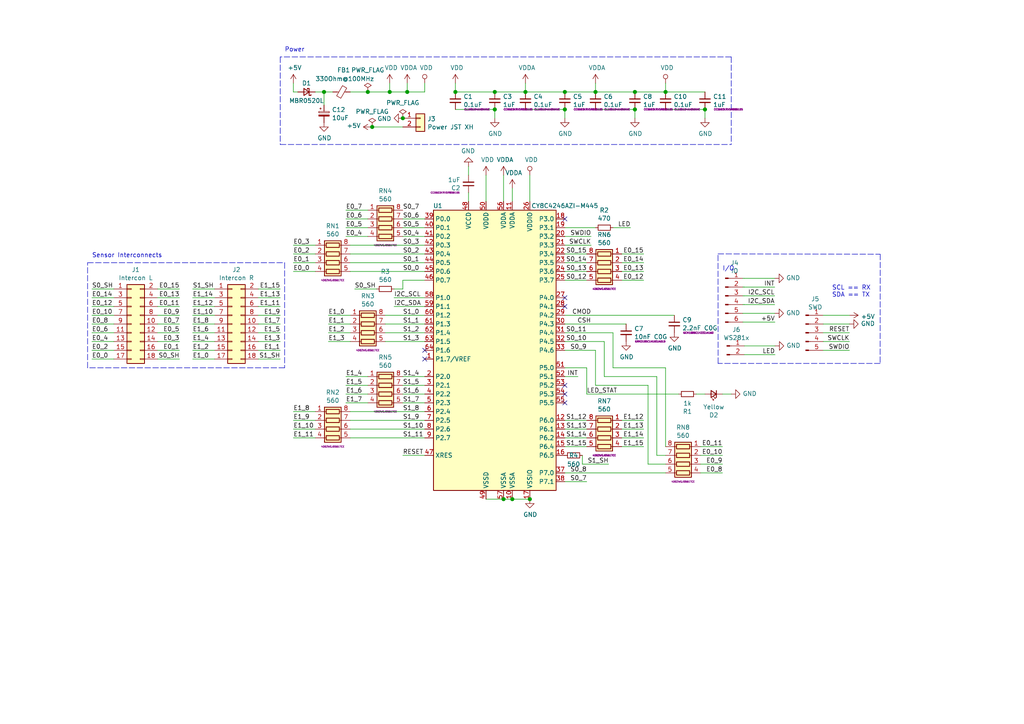
<source format=kicad_sch>
(kicad_sch (version 20210621) (generator eeschema)
  (paper "A4")
  (title_block (title "LKP-Core") (date "2020-09-26") (rev "v1.1") (company "dogtopus"))
  (lib_symbols
    (symbol "Connector:Conn_01x02_Male" (pin_names (offset 1.016) hide)
      (property "Reference" "J" (at 0 2.54 0))
      (property "Value" "Conn_01x02_Male" (at 0 -5.08 0))
      (symbol "Conn_01x02_Male_1_1"
        (pin passive line (at 5.08 0 180) (length 3.81) (name "Pin_1") (number "1"))
        (pin passive line (at 5.08 -2.54 180) (length 3.81) (name "Pin_2") (number "2"))
      )
    )
    (symbol "Connector:Conn_01x05_Male" (pin_names (offset 1.016) hide)
      (property "Reference" "J" (at 0 7.62 0))
      (property "Value" "Conn_01x05_Male" (at 0 -7.62 0))
      (symbol "Conn_01x05_Male_1_1"
        (pin passive line (at 5.08 5.08 180) (length 3.81) (name "Pin_1") (number "1"))
        (pin passive line (at 5.08 2.54 180) (length 3.81) (name "Pin_2") (number "2"))
        (pin passive line (at 5.08 0 180) (length 3.81) (name "Pin_3") (number "3"))
        (pin passive line (at 5.08 -2.54 180) (length 3.81) (name "Pin_4") (number "4"))
        (pin passive line (at 5.08 -5.08 180) (length 3.81) (name "Pin_5") (number "5"))
      )
    )
    (symbol "Connector:Conn_01x06_Male" (pin_names (offset 1.016) hide)
      (property "Reference" "J" (at 0 7.62 0))
      (property "Value" "Conn_01x06_Male" (at 0 -10.16 0))
      (symbol "Conn_01x06_Male_1_1"
        (pin passive line (at 5.08 5.08 180) (length 3.81) (name "Pin_1") (number "1"))
        (pin passive line (at 5.08 2.54 180) (length 3.81) (name "Pin_2") (number "2"))
        (pin passive line (at 5.08 0 180) (length 3.81) (name "Pin_3") (number "3"))
        (pin passive line (at 5.08 -2.54 180) (length 3.81) (name "Pin_4") (number "4"))
        (pin passive line (at 5.08 -5.08 180) (length 3.81) (name "Pin_5") (number "5"))
        (pin passive line (at 5.08 -7.62 180) (length 3.81) (name "Pin_6") (number "6"))
      )
    )
    (symbol "Connector_Generic:Conn_01x02" (pin_names (offset 1.016) hide)
      (property "Reference" "J" (at 0 2.54 0))
      (property "Value" "Conn_01x02" (at 0 -5.08 0))
      (symbol "Conn_01x02_1_1"
        (pin passive line (at -5.08 0 0) (length 3.81) (name "Pin_1") (number "1"))
        (pin passive line (at -5.08 -2.54 0) (length 3.81) (name "Pin_2") (number "2"))
      )
    )
    (symbol "Connector_Generic:Conn_02x09_Odd_Even" (pin_names (offset 1.016) hide)
      (property "Reference" "J" (at 1.27 12.7 0))
      (property "Value" "Conn_02x09_Odd_Even" (at 1.27 -12.7 0))
      (symbol "Conn_02x09_Odd_Even_1_1"
        (pin passive line (at -5.08 10.16 0) (length 3.81) (name "Pin_1") (number "1"))
        (pin passive line (at 7.62 0 180) (length 3.81) (name "Pin_10") (number "10"))
        (pin passive line (at -5.08 -2.54 0) (length 3.81) (name "Pin_11") (number "11"))
        (pin passive line (at 7.62 -2.54 180) (length 3.81) (name "Pin_12") (number "12"))
        (pin passive line (at -5.08 -5.08 0) (length 3.81) (name "Pin_13") (number "13"))
        (pin passive line (at 7.62 -5.08 180) (length 3.81) (name "Pin_14") (number "14"))
        (pin passive line (at -5.08 -7.62 0) (length 3.81) (name "Pin_15") (number "15"))
        (pin passive line (at 7.62 -7.62 180) (length 3.81) (name "Pin_16") (number "16"))
        (pin passive line (at -5.08 -10.16 0) (length 3.81) (name "Pin_17") (number "17"))
        (pin passive line (at 7.62 -10.16 180) (length 3.81) (name "Pin_18") (number "18"))
        (pin passive line (at 7.62 10.16 180) (length 3.81) (name "Pin_2") (number "2"))
        (pin passive line (at -5.08 7.62 0) (length 3.81) (name "Pin_3") (number "3"))
        (pin passive line (at 7.62 7.62 180) (length 3.81) (name "Pin_4") (number "4"))
        (pin passive line (at -5.08 5.08 0) (length 3.81) (name "Pin_5") (number "5"))
        (pin passive line (at 7.62 5.08 180) (length 3.81) (name "Pin_6") (number "6"))
        (pin passive line (at -5.08 2.54 0) (length 3.81) (name "Pin_7") (number "7"))
        (pin passive line (at 7.62 2.54 180) (length 3.81) (name "Pin_8") (number "8"))
        (pin passive line (at -5.08 0 0) (length 3.81) (name "Pin_9") (number "9"))
      )
    )
    (symbol "Device:C_Small" (pin_numbers hide) (pin_names (offset 0.254) hide)
      (property "Reference" "C" (at 0.254 1.778 0))
      (property "Value" "C_Small" (at 0.254 -2.032 0))
      (symbol "C_Small_1_1"
        (pin passive line (at 0 2.54 270) (length 2.032) (name "~") (number "1"))
        (pin passive line (at 0 -2.54 90) (length 2.032) (name "~") (number "2"))
      )
    )
    (symbol "Device:D_Schottky_Small" (pin_numbers hide) (pin_names (offset 0.254) hide)
      (property "Reference" "D" (at -1.27 2.032 0))
      (property "Value" "D_Schottky_Small" (at -7.112 -2.032 0))
      (symbol "D_Schottky_Small_1_1"
        (pin passive line (at -2.54 0 0) (length 1.778) (name "K") (number "1"))
        (pin passive line (at 2.54 0 180) (length 1.778) (name "A") (number "2"))
      )
    )
    (symbol "Device:LED_Small" (pin_numbers hide) (pin_names (offset 0.254) hide)
      (property "Reference" "D" (at -1.27 3.175 0))
      (property "Value" "LED_Small" (at -4.445 -2.54 0))
      (symbol "LED_Small_1_1"
        (pin passive line (at -2.54 0 0) (length 1.778) (name "K") (number "1"))
        (pin passive line (at 2.54 0 180) (length 1.778) (name "A") (number "2"))
      )
    )
    (symbol "Device:R_Pack04" (pin_names (offset 0) hide)
      (property "Reference" "RN" (at -7.62 0 90))
      (property "Value" "R_Pack04" (at 5.08 0 90))
      (symbol "R_Pack04_1_1"
        (pin passive line (at -5.08 -5.08 90) (length 2.54) (name "R1.1") (number "1"))
        (pin passive line (at -2.54 -5.08 90) (length 2.54) (name "R2.1") (number "2"))
        (pin passive line (at 0 -5.08 90) (length 2.54) (name "R3.1") (number "3"))
        (pin passive line (at 2.54 -5.08 90) (length 2.54) (name "R4.1") (number "4"))
        (pin passive line (at 2.54 5.08 270) (length 2.54) (name "R4.2") (number "5"))
        (pin passive line (at 0 5.08 270) (length 2.54) (name "R3.2") (number "6"))
        (pin passive line (at -2.54 5.08 270) (length 2.54) (name "R2.2") (number "7"))
        (pin passive line (at -5.08 5.08 270) (length 2.54) (name "R1.2") (number "8"))
      )
    )
    (symbol "Device:R_Small" (pin_numbers hide) (pin_names (offset 0.254) hide)
      (property "Reference" "R" (at 0.762 0.508 0))
      (property "Value" "R_Small" (at 0.762 -1.016 0))
      (symbol "R_Small_1_1"
        (pin passive line (at 0 2.54 270) (length 0.762) (name "~") (number "1"))
        (pin passive line (at 0 -2.54 90) (length 0.762) (name "~") (number "2"))
      )
    )
    (symbol "LKP-Core-rescue:CP_Small-Device" (pin_numbers hide) (pin_names (offset 0.254) hide)
      (property "Reference" "C" (at 0.254 1.778 0))
      (property "Value" "CP_Small-Device" (at 0.254 -2.032 0))
      (symbol "CP_Small-Device_1_1"
        (pin passive line (at 0 2.54 270) (length 1.8542) (name "~") (number "1"))
        (pin passive line (at 0 -2.54 90) (length 1.8542) (name "~") (number "2"))
      )
    )
    (symbol "LKP-Core-rescue:Ferrite_Bead_Small-Device" (pin_numbers hide) (pin_names (offset 0))
      (property "Reference" "FB" (at 1.905 1.27 0))
      (property "Value" "Ferrite_Bead_Small-Device" (at 1.905 -1.27 0))
      (symbol "Ferrite_Bead_Small-Device_1_1"
        (pin passive line (at 0 2.54 270) (length 1.27) (name "~") (number "1"))
        (pin passive line (at 0 -2.54 90) (length 1.27) (name "~") (number "2"))
      )
    )
    (symbol "power:+5V" (power) (pin_names (offset 0))
      (property "Value" "+5V" (at 0 3.556 0))
      (symbol "+5V_1_1"
        (pin power_in line (at 0 0 90) (length 0) hide (name "+5V") (number "1"))
      )
    )
    (symbol "power:GND" (power) (pin_names (offset 0))
      (property "Value" "GND" (at 0 -3.81 0))
      (symbol "GND_1_1"
        (pin power_in line (at 0 0 270) (length 0) hide (name "GND") (number "1"))
      )
    )
    (symbol "power:PWR_FLAG" (power) (pin_numbers hide) (pin_names (offset 0) hide)
      (property "Value" "PWR_FLAG" (at 0 3.81 0))
      (symbol "PWR_FLAG_0_0"
        (pin power_out line (at 0 0 90) (length 0) (name "pwr") (number "1"))
      )
    )
    (symbol "power:VDD" (power) (pin_names (offset 0))
      (property "Value" "VDD" (at 0 3.81 0))
      (symbol "VDD_1_1"
        (pin power_in line (at 0 0 90) (length 0) hide (name "VDD") (number "1"))
      )
    )
    (symbol "power:VDDA" (power) (pin_names (offset 0))
      (property "Value" "VDDA" (at 0 3.81 0))
      (symbol "VDDA_1_1"
        (pin power_in line (at 0 0 90) (length 0) hide (name "VDDA") (number "1"))
      )
    )
    (symbol "private:CY8C4246AZI-M445"
      (property "Reference" "U" (at -15.24 43.18 0))
      (property "Value" "CY8C4246AZI-M445" (at 20.32 43.18 0))
      (symbol "CY8C4246AZI-M445_1_1"
        (pin bidirectional line (at -20.32 -2.54 0) (length 2.54) (name "P1.7/VREF") (number "1"))
        (pin power_in line (at 5.08 -43.18 90) (length 2.54) (name "VSSA") (number "10"))
        (pin power_in line (at 5.08 43.18 270) (length 2.54) (name "VDDA") (number "11"))
        (pin bidirectional line (at 20.32 -20.32 180) (length 2.54) (name "P6.0") (number "12"))
        (pin bidirectional line (at 20.32 -22.86 180) (length 2.54) (name "P6.1") (number "13"))
        (pin bidirectional line (at 20.32 -25.4 180) (length 2.54) (name "P6.2") (number "14"))
        (pin bidirectional line (at 20.32 -27.94 180) (length 2.54) (name "P6.4") (number "15"))
        (pin bidirectional line (at 20.32 -30.48 180) (length 2.54) (name "P6.5") (number "16"))
        (pin power_in line (at 10.16 -43.18 90) (length 2.54) (name "VSSIO") (number "17"))
        (pin bidirectional line (at 20.32 38.1 180) (length 2.54) (name "P3.0") (number "18"))
        (pin bidirectional line (at 20.32 35.56 180) (length 2.54) (name "P3.1") (number "19"))
        (pin bidirectional line (at -20.32 -7.62 0) (length 2.54) (name "P2.0") (number "2"))
        (pin bidirectional line (at 20.32 33.02 180) (length 2.54) (name "P3.2") (number "20"))
        (pin bidirectional line (at 20.32 30.48 180) (length 2.54) (name "P3.3") (number "21"))
        (pin bidirectional line (at 20.32 27.94 180) (length 2.54) (name "P3.4") (number "22"))
        (pin bidirectional line (at 20.32 25.4 180) (length 2.54) (name "P3.5") (number "23"))
        (pin bidirectional line (at 20.32 22.86 180) (length 2.54) (name "P3.6") (number "24"))
        (pin bidirectional line (at 20.32 20.32 180) (length 2.54) (name "P3.7") (number "25"))
        (pin power_in line (at 10.16 43.18 270) (length 2.54) (name "VDDIO") (number "26"))
        (pin bidirectional line (at 20.32 15.24 180) (length 2.54) (name "P4.0") (number "27"))
        (pin bidirectional line (at 20.32 12.7 180) (length 2.54) (name "P4.1") (number "28"))
        (pin bidirectional line (at 20.32 10.16 180) (length 2.54) (name "P4.2") (number "29"))
        (pin bidirectional line (at -20.32 -10.16 0) (length 2.54) (name "P2.1") (number "3"))
        (pin bidirectional line (at 20.32 7.62 180) (length 2.54) (name "P4.3") (number "30"))
        (pin bidirectional line (at 20.32 5.08 180) (length 2.54) (name "P4.4") (number "31"))
        (pin bidirectional line (at 20.32 2.54 180) (length 2.54) (name "P4.5") (number "32"))
        (pin bidirectional line (at 20.32 0 180) (length 2.54) (name "P4.6") (number "33"))
        (pin bidirectional line (at 20.32 -35.56 180) (length 2.54) (name "P7.0") (number "37"))
        (pin bidirectional line (at 20.32 -38.1 180) (length 2.54) (name "P7.1") (number "38"))
        (pin bidirectional line (at -20.32 38.1 0) (length 2.54) (name "P0.0") (number "39"))
        (pin bidirectional line (at -20.32 -12.7 0) (length 2.54) (name "P2.2") (number "4"))
        (pin bidirectional line (at -20.32 35.56 0) (length 2.54) (name "P0.1") (number "40"))
        (pin bidirectional line (at -20.32 33.02 0) (length 2.54) (name "P0.2") (number "41"))
        (pin bidirectional line (at -20.32 30.48 0) (length 2.54) (name "P0.3") (number "42"))
        (pin bidirectional line (at -20.32 27.94 0) (length 2.54) (name "P0.4") (number "43"))
        (pin bidirectional line (at -20.32 25.4 0) (length 2.54) (name "P0.5") (number "44"))
        (pin bidirectional line (at -20.32 22.86 0) (length 2.54) (name "P0.6") (number "45"))
        (pin bidirectional line (at -20.32 20.32 0) (length 2.54) (name "P0.7") (number "46"))
        (pin input line (at -20.32 -30.48 0) (length 2.54) (name "XRES") (number "47"))
        (pin power_out line (at -7.62 43.18 270) (length 2.54) (name "VCCD") (number "48"))
        (pin power_in line (at -2.54 -43.18 90) (length 2.54) (name "VSSD") (number "49"))
        (pin bidirectional line (at -20.32 -15.24 0) (length 2.54) (name "P2.3") (number "5"))
        (pin power_in line (at -2.54 43.18 270) (length 2.54) (name "VDDD") (number "50"))
        (pin bidirectional line (at 20.32 -5.08 180) (length 2.54) (name "P5.0") (number "51"))
        (pin bidirectional line (at 20.32 -7.62 180) (length 2.54) (name "P5.1") (number "52"))
        (pin bidirectional line (at 20.32 -10.16 180) (length 2.54) (name "P5.2") (number "53"))
        (pin bidirectional line (at 20.32 -12.7 180) (length 2.54) (name "P5.3") (number "54"))
        (pin bidirectional line (at 20.32 -15.24 180) (length 2.54) (name "P5.5") (number "55"))
        (pin power_in line (at 2.54 43.18 270) (length 2.54) (name "VDDA") (number "56"))
        (pin power_in line (at 2.54 -43.18 90) (length 2.54) (name "VSSA") (number "57"))
        (pin bidirectional line (at -20.32 15.24 0) (length 2.54) (name "P1.0") (number "58"))
        (pin bidirectional line (at -20.32 12.7 0) (length 2.54) (name "P1.1") (number "59"))
        (pin bidirectional line (at -20.32 -17.78 0) (length 2.54) (name "P2.4") (number "6"))
        (pin bidirectional line (at -20.32 10.16 0) (length 2.54) (name "P1.2") (number "60"))
        (pin bidirectional line (at -20.32 7.62 0) (length 2.54) (name "P1.3") (number "61"))
        (pin bidirectional line (at -20.32 5.08 0) (length 2.54) (name "P1.4") (number "62"))
        (pin bidirectional line (at -20.32 2.54 0) (length 2.54) (name "P1.5") (number "63"))
        (pin bidirectional line (at -20.32 0 0) (length 2.54) (name "P1.6") (number "64"))
        (pin bidirectional line (at -20.32 -20.32 0) (length 2.54) (name "P2.5") (number "7"))
        (pin bidirectional line (at -20.32 -22.86 0) (length 2.54) (name "P2.6") (number "8"))
        (pin bidirectional line (at -20.32 -25.4 0) (length 2.54) (name "P2.7") (number "9"))
      )
    )
    (symbol "private:VDDIO" (power) (pin_names (offset 0))
      (property "Value" "VDDIO" (at 0 3.81 0))
      (symbol "VDDIO_1_1"
        (pin power_in line (at 0 0 90) (length 0) hide (name "VDD") (number "1"))
      )
    )
  )
  (junction (at 93.98 26.67) (diameter 1.016))
  (junction (at 106.68 26.67) (diameter 1.016))
  (junction (at 107.95 36.83) (diameter 1.016))
  (junction (at 113.03 26.67) (diameter 1.016))
  (junction (at 116.84 34.29) (diameter 1.016))
  (junction (at 118.11 26.67) (diameter 1.016))
  (junction (at 132.08 26.67) (diameter 1.016))
  (junction (at 143.51 26.67) (diameter 1.016))
  (junction (at 143.51 31.75) (diameter 1.016))
  (junction (at 146.05 144.78) (diameter 1.016))
  (junction (at 148.59 144.78) (diameter 1.016))
  (junction (at 152.4 26.67) (diameter 1.016))
  (junction (at 153.67 144.78) (diameter 1.016))
  (junction (at 163.83 26.67) (diameter 1.016))
  (junction (at 163.83 31.75) (diameter 1.016))
  (junction (at 172.72 26.67) (diameter 1.016))
  (junction (at 184.15 26.67) (diameter 1.016))
  (junction (at 184.15 31.75) (diameter 1.016))
  (junction (at 193.04 26.67) (diameter 1.016))
  (junction (at 204.47 31.75) (diameter 1.016))
  (no_connect (at 123.19 101.6))
  (no_connect (at 123.19 104.14))
  (no_connect (at 163.83 63.5))
  (no_connect (at 163.83 86.36))
  (no_connect (at 163.83 88.9))
  (no_connect (at 163.83 111.76))
  (no_connect (at 163.83 114.3))
  (no_connect (at 163.83 116.84))
  (wire (pts (xy 26.67 86.36) (xy 33.02 86.36)))
  (wire (pts (xy 26.67 88.9) (xy 33.02 88.9)))
  (wire (pts (xy 26.67 96.52) (xy 33.02 96.52)))
  (wire (pts (xy 26.67 101.6) (xy 33.02 101.6)))
  (wire (pts (xy 33.02 83.82) (xy 26.67 83.82)))
  (wire (pts (xy 33.02 91.44) (xy 26.67 91.44)))
  (wire (pts (xy 33.02 93.98) (xy 26.67 93.98)))
  (wire (pts (xy 33.02 99.06) (xy 26.67 99.06)))
  (wire (pts (xy 33.02 104.14) (xy 26.67 104.14)))
  (wire (pts (xy 45.72 88.9) (xy 52.07 88.9)))
  (wire (pts (xy 45.72 93.98) (xy 52.07 93.98)))
  (wire (pts (xy 45.72 99.06) (xy 52.07 99.06)))
  (wire (pts (xy 52.07 83.82) (xy 45.72 83.82)))
  (wire (pts (xy 52.07 86.36) (xy 45.72 86.36)))
  (wire (pts (xy 52.07 91.44) (xy 45.72 91.44)))
  (wire (pts (xy 52.07 96.52) (xy 45.72 96.52)))
  (wire (pts (xy 52.07 101.6) (xy 45.72 101.6)))
  (wire (pts (xy 52.07 104.14) (xy 45.72 104.14)))
  (wire (pts (xy 55.88 86.36) (xy 62.23 86.36)))
  (wire (pts (xy 55.88 88.9) (xy 62.23 88.9)))
  (wire (pts (xy 55.88 96.52) (xy 62.23 96.52)))
  (wire (pts (xy 55.88 101.6) (xy 62.23 101.6)))
  (wire (pts (xy 62.23 83.82) (xy 55.88 83.82)))
  (wire (pts (xy 62.23 91.44) (xy 55.88 91.44)))
  (wire (pts (xy 62.23 93.98) (xy 55.88 93.98)))
  (wire (pts (xy 62.23 99.06) (xy 55.88 99.06)))
  (wire (pts (xy 62.23 104.14) (xy 55.88 104.14)))
  (wire (pts (xy 74.93 88.9) (xy 81.28 88.9)))
  (wire (pts (xy 74.93 93.98) (xy 81.28 93.98)))
  (wire (pts (xy 74.93 99.06) (xy 81.28 99.06)))
  (wire (pts (xy 81.28 83.82) (xy 74.93 83.82)))
  (wire (pts (xy 81.28 86.36) (xy 74.93 86.36)))
  (wire (pts (xy 81.28 91.44) (xy 74.93 91.44)))
  (wire (pts (xy 81.28 96.52) (xy 74.93 96.52)))
  (wire (pts (xy 81.28 101.6) (xy 74.93 101.6)))
  (wire (pts (xy 81.28 104.14) (xy 74.93 104.14)))
  (wire (pts (xy 85.09 24.13) (xy 85.09 26.67)))
  (wire (pts (xy 85.09 26.67) (xy 86.36 26.67)))
  (wire (pts (xy 85.09 71.12) (xy 91.44 71.12)))
  (wire (pts (xy 85.09 76.2) (xy 91.44 76.2)))
  (wire (pts (xy 85.09 119.38) (xy 91.44 119.38)))
  (wire (pts (xy 85.09 124.46) (xy 91.44 124.46)))
  (wire (pts (xy 91.44 26.67) (xy 93.98 26.67)))
  (wire (pts (xy 91.44 73.66) (xy 85.09 73.66)))
  (wire (pts (xy 91.44 78.74) (xy 85.09 78.74)))
  (wire (pts (xy 91.44 121.92) (xy 85.09 121.92)))
  (wire (pts (xy 91.44 127) (xy 85.09 127)))
  (wire (pts (xy 93.98 26.67) (xy 96.52 26.67)))
  (wire (pts (xy 93.98 30.48) (xy 93.98 26.67)))
  (wire (pts (xy 95.25 91.44) (xy 101.6 91.44)))
  (wire (pts (xy 95.25 96.52) (xy 101.6 96.52)))
  (wire (pts (xy 100.33 63.5) (xy 106.68 63.5)))
  (wire (pts (xy 100.33 68.58) (xy 106.68 68.58)))
  (wire (pts (xy 100.33 109.22) (xy 106.68 109.22)))
  (wire (pts (xy 100.33 114.3) (xy 106.68 114.3)))
  (wire (pts (xy 101.6 26.67) (xy 106.68 26.67)))
  (wire (pts (xy 101.6 71.12) (xy 123.19 71.12)))
  (wire (pts (xy 101.6 73.66) (xy 123.19 73.66)))
  (wire (pts (xy 101.6 76.2) (xy 123.19 76.2)))
  (wire (pts (xy 101.6 78.74) (xy 123.19 78.74)))
  (wire (pts (xy 101.6 93.98) (xy 95.25 93.98)))
  (wire (pts (xy 101.6 99.06) (xy 95.25 99.06)))
  (wire (pts (xy 101.6 119.38) (xy 123.19 119.38)))
  (wire (pts (xy 101.6 121.92) (xy 123.19 121.92)))
  (wire (pts (xy 101.6 124.46) (xy 123.19 124.46)))
  (wire (pts (xy 101.6 127) (xy 123.19 127)))
  (wire (pts (xy 106.68 26.67) (xy 113.03 26.67)))
  (wire (pts (xy 106.68 60.96) (xy 100.33 60.96)))
  (wire (pts (xy 106.68 66.04) (xy 100.33 66.04)))
  (wire (pts (xy 106.68 111.76) (xy 100.33 111.76)))
  (wire (pts (xy 106.68 116.84) (xy 100.33 116.84)))
  (wire (pts (xy 109.22 83.82) (xy 102.87 83.82)))
  (wire (pts (xy 111.76 91.44) (xy 123.19 91.44)))
  (wire (pts (xy 111.76 93.98) (xy 123.19 93.98)))
  (wire (pts (xy 111.76 96.52) (xy 123.19 96.52)))
  (wire (pts (xy 111.76 99.06) (xy 123.19 99.06)))
  (wire (pts (xy 113.03 24.13) (xy 113.03 26.67)))
  (wire (pts (xy 113.03 26.67) (xy 118.11 26.67)))
  (wire (pts (xy 114.3 86.36) (xy 123.19 86.36)))
  (wire (pts (xy 116.84 36.83) (xy 107.95 36.83)))
  (wire (pts (xy 116.84 81.28) (xy 116.84 83.82)))
  (wire (pts (xy 116.84 83.82) (xy 114.3 83.82)))
  (wire (pts (xy 116.84 109.22) (xy 123.19 109.22)))
  (wire (pts (xy 116.84 114.3) (xy 123.19 114.3)))
  (wire (pts (xy 118.11 24.13) (xy 118.11 26.67)))
  (wire (pts (xy 118.11 26.67) (xy 123.19 26.67)))
  (wire (pts (xy 123.19 26.67) (xy 123.19 24.13)))
  (wire (pts (xy 123.19 63.5) (xy 116.84 63.5)))
  (wire (pts (xy 123.19 66.04) (xy 116.84 66.04)))
  (wire (pts (xy 123.19 68.58) (xy 116.84 68.58)))
  (wire (pts (xy 123.19 81.28) (xy 116.84 81.28)))
  (wire (pts (xy 123.19 88.9) (xy 114.3 88.9)))
  (wire (pts (xy 123.19 111.76) (xy 116.84 111.76)))
  (wire (pts (xy 123.19 116.84) (xy 116.84 116.84)))
  (wire (pts (xy 123.19 132.08) (xy 116.84 132.08)))
  (wire (pts (xy 132.08 24.13) (xy 132.08 26.67)))
  (wire (pts (xy 132.08 26.67) (xy 143.51 26.67)))
  (wire (pts (xy 132.08 31.75) (xy 143.51 31.75)))
  (wire (pts (xy 135.89 48.26) (xy 135.89 50.8)))
  (wire (pts (xy 135.89 55.88) (xy 135.89 58.42)))
  (wire (pts (xy 140.97 50.8) (xy 140.97 58.42)))
  (wire (pts (xy 140.97 144.78) (xy 146.05 144.78)))
  (wire (pts (xy 143.51 26.67) (xy 152.4 26.67)))
  (wire (pts (xy 143.51 31.75) (xy 143.51 34.29)))
  (wire (pts (xy 146.05 50.8) (xy 146.05 58.42)))
  (wire (pts (xy 146.05 144.78) (xy 148.59 144.78)))
  (wire (pts (xy 148.59 54.61) (xy 148.59 58.42)))
  (wire (pts (xy 148.59 144.78) (xy 153.67 144.78)))
  (wire (pts (xy 152.4 24.13) (xy 152.4 26.67)))
  (wire (pts (xy 152.4 26.67) (xy 163.83 26.67)))
  (wire (pts (xy 152.4 31.75) (xy 163.83 31.75)))
  (wire (pts (xy 153.67 50.8) (xy 153.67 58.42)))
  (wire (pts (xy 163.83 26.67) (xy 172.72 26.67)))
  (wire (pts (xy 163.83 31.75) (xy 163.83 34.29)))
  (wire (pts (xy 163.83 66.04) (xy 172.72 66.04)))
  (wire (pts (xy 163.83 68.58) (xy 171.45 68.58)))
  (wire (pts (xy 163.83 73.66) (xy 170.18 73.66)))
  (wire (pts (xy 163.83 78.74) (xy 170.18 78.74)))
  (wire (pts (xy 163.83 91.44) (xy 195.58 91.44)))
  (wire (pts (xy 163.83 93.98) (xy 181.61 93.98)))
  (wire (pts (xy 163.83 96.52) (xy 177.8 96.52)))
  (wire (pts (xy 163.83 99.06) (xy 175.26 99.06)))
  (wire (pts (xy 163.83 101.6) (xy 172.72 101.6)))
  (wire (pts (xy 163.83 106.68) (xy 170.18 106.68)))
  (wire (pts (xy 163.83 109.22) (xy 167.64 109.22)))
  (wire (pts (xy 163.83 121.92) (xy 170.18 121.92)))
  (wire (pts (xy 163.83 127) (xy 170.18 127)))
  (wire (pts (xy 163.83 137.16) (xy 193.04 137.16)))
  (wire (pts (xy 168.91 132.08) (xy 168.91 134.62)))
  (wire (pts (xy 168.91 134.62) (xy 176.53 134.62)))
  (wire (pts (xy 170.18 76.2) (xy 163.83 76.2)))
  (wire (pts (xy 170.18 81.28) (xy 163.83 81.28)))
  (wire (pts (xy 170.18 106.68) (xy 170.18 114.3)))
  (wire (pts (xy 170.18 114.3) (xy 196.85 114.3)))
  (wire (pts (xy 170.18 124.46) (xy 163.83 124.46)))
  (wire (pts (xy 170.18 129.54) (xy 163.83 129.54)))
  (wire (pts (xy 170.18 139.7) (xy 163.83 139.7)))
  (wire (pts (xy 171.45 71.12) (xy 163.83 71.12)))
  (wire (pts (xy 172.72 24.13) (xy 172.72 26.67)))
  (wire (pts (xy 172.72 26.67) (xy 184.15 26.67)))
  (wire (pts (xy 172.72 31.75) (xy 184.15 31.75)))
  (wire (pts (xy 172.72 111.76) (xy 172.72 101.6)))
  (wire (pts (xy 175.26 99.06) (xy 175.26 109.22)))
  (wire (pts (xy 175.26 109.22) (xy 190.5 109.22)))
  (wire (pts (xy 177.8 96.52) (xy 177.8 106.68)))
  (wire (pts (xy 177.8 106.68) (xy 193.04 106.68)))
  (wire (pts (xy 180.34 73.66) (xy 186.69 73.66)))
  (wire (pts (xy 180.34 78.74) (xy 186.69 78.74)))
  (wire (pts (xy 180.34 121.92) (xy 186.69 121.92)))
  (wire (pts (xy 180.34 127) (xy 186.69 127)))
  (wire (pts (xy 182.88 66.04) (xy 177.8 66.04)))
  (wire (pts (xy 184.15 26.67) (xy 193.04 26.67)))
  (wire (pts (xy 184.15 31.75) (xy 184.15 34.29)))
  (wire (pts (xy 186.69 76.2) (xy 180.34 76.2)))
  (wire (pts (xy 186.69 81.28) (xy 180.34 81.28)))
  (wire (pts (xy 186.69 124.46) (xy 180.34 124.46)))
  (wire (pts (xy 186.69 129.54) (xy 180.34 129.54)))
  (wire (pts (xy 187.96 111.76) (xy 172.72 111.76)))
  (wire (pts (xy 187.96 134.62) (xy 187.96 111.76)))
  (wire (pts (xy 190.5 109.22) (xy 190.5 132.08)))
  (wire (pts (xy 190.5 132.08) (xy 193.04 132.08)))
  (wire (pts (xy 193.04 24.13) (xy 193.04 26.67)))
  (wire (pts (xy 193.04 26.67) (xy 204.47 26.67)))
  (wire (pts (xy 193.04 31.75) (xy 204.47 31.75)))
  (wire (pts (xy 193.04 106.68) (xy 193.04 129.54)))
  (wire (pts (xy 193.04 134.62) (xy 187.96 134.62)))
  (wire (pts (xy 201.93 114.3) (xy 204.47 114.3)))
  (wire (pts (xy 203.2 129.54) (xy 209.55 129.54)))
  (wire (pts (xy 203.2 134.62) (xy 209.55 134.62)))
  (wire (pts (xy 204.47 31.75) (xy 204.47 34.29)))
  (wire (pts (xy 209.55 114.3) (xy 212.09 114.3)))
  (wire (pts (xy 209.55 132.08) (xy 203.2 132.08)))
  (wire (pts (xy 209.55 137.16) (xy 203.2 137.16)))
  (wire (pts (xy 215.4656 80.7226) (xy 215.8106 80.7226)))
  (wire (pts (xy 215.4656 83.2626) (xy 215.8106 83.2626)))
  (wire (pts (xy 215.4656 85.8026) (xy 215.8106 85.8026)))
  (wire (pts (xy 215.4656 88.3426) (xy 215.8106 88.3426)))
  (wire (pts (xy 215.4656 90.8776) (xy 215.4656 90.8826)))
  (wire (pts (xy 215.4656 90.8776) (xy 224.7106 90.8776)))
  (wire (pts (xy 215.4656 93.4226) (xy 224.7656 93.4226)))
  (wire (pts (xy 215.8106 80.7226) (xy 215.8106 80.7276)))
  (wire (pts (xy 215.8106 83.2626) (xy 215.8106 83.2676)))
  (wire (pts (xy 215.8106 83.2676) (xy 224.7006 83.2676)))
  (wire (pts (xy 215.8106 85.8026) (xy 215.8106 85.8076)))
  (wire (pts (xy 215.8106 88.3426) (xy 215.8106 88.3476)))
  (wire (pts (xy 215.9 102.87) (xy 224.79 102.87)))
  (wire (pts (xy 224.7006 80.7276) (xy 215.8106 80.7276)))
  (wire (pts (xy 224.7006 85.8076) (xy 215.8106 85.8076)))
  (wire (pts (xy 224.7006 88.3476) (xy 215.8106 88.3476)))
  (wire (pts (xy 224.79 100.33) (xy 215.9 100.33)))
  (wire (pts (xy 238.76 91.44) (xy 246.38 91.44)))
  (wire (pts (xy 238.76 93.98) (xy 246.38 93.98)))
  (wire (pts (xy 238.76 99.06) (xy 246.38 99.06)))
  (wire (pts (xy 246.38 96.52) (xy 238.76 96.52)))
  (wire (pts (xy 246.38 101.6) (xy 238.76 101.6)))
  (polyline (pts (xy 25.4 76.2) (xy 82.55 76.2)) (stroke (width 0) (type dash)))
  (polyline (pts (xy 25.4 106.68) (xy 25.4 76.2)) (stroke (width 0) (type dash)))
  (polyline (pts (xy 81.28 16.51) (xy 81.28 41.91)) (stroke (width 0) (type dash)))
  (polyline (pts (xy 81.28 41.91) (xy 212.09 41.91)) (stroke (width 0) (type dash)))
  (polyline (pts (xy 82.55 76.2) (xy 82.55 106.68)) (stroke (width 0) (type dash)))
  (polyline (pts (xy 82.55 106.68) (xy 25.4 106.68)) (stroke (width 0) (type dash)))
  (polyline (pts (xy 208.2524 73.6402) (xy 255.3005 73.7295)) (stroke (width 0) (type dash)))
  (polyline (pts (xy 208.28 105.41) (xy 208.2524 73.6402)) (stroke (width 0) (type dash)))
  (polyline (pts (xy 212.09 16.51) (xy 81.28 16.51)) (stroke (width 0) (type dash)))
  (polyline (pts (xy 212.09 16.51) (xy 212.09 41.91)) (stroke (width 0) (type dash)))
  (polyline (pts (xy 255.27 105.41) (xy 208.28 105.41)) (stroke (width 0) (type dash)))
  (polyline (pts (xy 255.3005 73.7295) (xy 255.27 105.41)) (stroke (width 0) (type dash)))
  (text "Sensor Interconnects" (at 26.67 74.93 0) (effects (font (size 1.27 1.27)) (justify left bottom)))
  (text "Power" (at 82.55 15.24 0) (effects (font (size 1.27 1.27)) (justify left bottom)))
  (text "I/O" (at 209.55 78.74 0) (effects (font (size 1.27 1.27)) (justify left bottom)))
  (text "SCL == RX\nSDA == TX" (at 241.3 86.36 0) (effects (font (size 1.27 1.27)) (justify left bottom)))
  (label "S0_SH" (at 26.67 83.82 0))
  (label "E0_14" (at 26.67 86.36 0))
  (label "E0_12" (at 26.67 88.9 0))
  (label "E0_10" (at 26.67 91.44 0))
  (label "E0_8" (at 26.67 93.98 0))
  (label "E0_6" (at 26.67 96.52 0))
  (label "E0_4" (at 26.67 99.06 0))
  (label "E0_2" (at 26.67 101.6 0))
  (label "E0_0" (at 26.67 104.14 0))
  (label "E0_15" (at 52.07 83.82 180))
  (label "E0_13" (at 52.07 86.36 180))
  (label "E0_11" (at 52.07 88.9 180))
  (label "E0_9" (at 52.07 91.44 180))
  (label "E0_7" (at 52.07 93.98 180))
  (label "E0_5" (at 52.07 96.52 180))
  (label "E0_3" (at 52.07 99.06 180))
  (label "E0_1" (at 52.07 101.6 180))
  (label "S0_SH" (at 52.07 104.14 180))
  (label "S1_SH" (at 55.88 83.82 0))
  (label "E1_14" (at 55.88 86.36 0))
  (label "E1_12" (at 55.88 88.9 0))
  (label "E1_10" (at 55.88 91.44 0))
  (label "E1_8" (at 55.88 93.98 0))
  (label "E1_6" (at 55.88 96.52 0))
  (label "E1_4" (at 55.88 99.06 0))
  (label "E1_2" (at 55.88 101.6 0))
  (label "E1_0" (at 55.88 104.14 0))
  (label "E1_15" (at 81.28 83.82 180))
  (label "E1_13" (at 81.28 86.36 180))
  (label "E1_11" (at 81.28 88.9 180))
  (label "E1_9" (at 81.28 91.44 180))
  (label "E1_7" (at 81.28 93.98 180))
  (label "E1_5" (at 81.28 96.52 180))
  (label "E1_3" (at 81.28 99.06 180))
  (label "E1_1" (at 81.28 101.6 180))
  (label "S1_SH" (at 81.28 104.14 180))
  (label "E0_3" (at 85.09 71.12 0))
  (label "E0_2" (at 85.09 73.66 0))
  (label "E0_1" (at 85.09 76.2 0))
  (label "E0_0" (at 85.09 78.74 0))
  (label "E1_8" (at 85.09 119.38 0))
  (label "E1_9" (at 85.09 121.92 0))
  (label "E1_10" (at 85.09 124.46 0))
  (label "E1_11" (at 85.09 127 0))
  (label "E1_0" (at 95.25 91.44 0))
  (label "E1_1" (at 95.25 93.98 0))
  (label "E1_2" (at 95.25 96.52 0))
  (label "E1_3" (at 95.25 99.06 0))
  (label "E0_7" (at 100.33 60.96 0))
  (label "E0_6" (at 100.33 63.5 0))
  (label "E0_5" (at 100.33 66.04 0))
  (label "E0_4" (at 100.33 68.58 0))
  (label "E1_4" (at 100.33 109.22 0))
  (label "E1_5" (at 100.33 111.76 0))
  (label "E1_6" (at 100.33 114.3 0))
  (label "E1_7" (at 100.33 116.84 0))
  (label "S0_SH" (at 102.87 83.82 0))
  (label "I2C_SCL" (at 114.3 86.36 0))
  (label "I2C_SDA" (at 114.3 88.9 0))
  (label "S0_7" (at 116.84 60.96 0))
  (label "S0_6" (at 116.84 63.5 0))
  (label "S0_5" (at 116.84 66.04 0))
  (label "S0_4" (at 116.84 68.58 0))
  (label "S0_3" (at 116.84 71.12 0))
  (label "S0_2" (at 116.84 73.66 0))
  (label "S0_1" (at 116.84 76.2 0))
  (label "S0_0" (at 116.84 78.74 0))
  (label "S1_0" (at 116.84 91.44 0))
  (label "S1_1" (at 116.84 93.98 0))
  (label "S1_2" (at 116.84 96.52 0))
  (label "S1_3" (at 116.84 99.06 0))
  (label "S1_4" (at 116.84 109.22 0))
  (label "S1_5" (at 116.84 111.76 0))
  (label "S1_6" (at 116.84 114.3 0))
  (label "S1_7" (at 116.84 116.84 0))
  (label "S1_8" (at 116.84 119.38 0))
  (label "S1_9" (at 116.84 121.92 0))
  (label "S1_10" (at 116.84 124.46 0))
  (label "S1_11" (at 116.84 127 0))
  (label "RESET" (at 116.84 132.08 0))
  (label "INT" (at 167.64 109.22 180))
  (label "S0_15" (at 170.18 73.66 180))
  (label "S0_14" (at 170.18 76.2 180))
  (label "S0_13" (at 170.18 78.74 180))
  (label "S0_12" (at 170.18 81.28 180))
  (label "S0_11" (at 170.18 96.52 180))
  (label "S0_10" (at 170.18 99.06 180))
  (label "S0_9" (at 170.18 101.6 180))
  (label "LED_STAT" (at 170.18 114.3 0))
  (label "S1_12" (at 170.18 121.92 180))
  (label "S1_13" (at 170.18 124.46 180))
  (label "S1_14" (at 170.18 127 180))
  (label "S1_15" (at 170.18 129.54 180))
  (label "S0_8" (at 170.18 137.16 180))
  (label "S0_7" (at 170.18 139.7 180))
  (label "SWDIO" (at 171.45 68.58 180))
  (label "SWCLK" (at 171.45 71.12 180))
  (label "CMOD" (at 171.45 91.44 180))
  (label "CSH" (at 171.45 93.98 180))
  (label "S1_SH" (at 176.53 134.62 180))
  (label "LED" (at 182.88 66.04 180))
  (label "E0_15" (at 186.69 73.66 180))
  (label "E0_14" (at 186.69 76.2 180))
  (label "E0_13" (at 186.69 78.74 180))
  (label "E0_12" (at 186.69 81.28 180))
  (label "E1_12" (at 186.69 121.92 180))
  (label "E1_13" (at 186.69 124.46 180))
  (label "E1_14" (at 186.69 127 180))
  (label "E1_15" (at 186.69 129.54 180))
  (label "E0_11" (at 209.55 129.54 180))
  (label "E0_10" (at 209.55 132.08 180))
  (label "E0_9" (at 209.55 134.62 180))
  (label "E0_8" (at 209.55 137.16 180))
  (label "INT" (at 224.7006 83.2676 180))
  (label "I2C_SCL" (at 224.7006 85.8076 180))
  (label "I2C_SDA" (at 224.7006 88.3476 180))
  (label "+5V" (at 224.7656 93.4226 180))
  (label "LED" (at 224.79 102.87 180))
  (label "RESET" (at 246.38 96.52 180))
  (label "SWCLK" (at 246.38 99.06 180))
  (label "SWDIO" (at 246.38 101.6 180))
  (symbol (lib_id "private:VDDIO") (at 123.19 24.13 0) (unit 1)
    (property "Reference" "#PWR0103" (effects hide))
    (property "Value" "VDDIO" (at 123.6218 19.6596 0))
  )
  (symbol (lib_id "private:VDDIO") (at 153.67 50.8 0) (unit 1)
    (property "Reference" "#PWR012" (effects hide))
    (property "Value" "VDDIO" (at 154.1018 46.3296 0))
  )
  (symbol (lib_id "private:VDDIO") (at 193.04 24.13 0) (unit 1)
    (property "Reference" "#PWR019" (effects hide))
    (property "Value" "VDDIO" (at 193.4718 19.6596 0))
  )
  (symbol (lib_id "power:+5V") (at 85.09 24.13 0) (unit 1)
    (property "Reference" "#PWR03" (effects hide))
    (property "Value" "+5V" (at 85.471 19.6596 0))
  )
  (symbol (lib_id "power:+5V") (at 107.95 36.83 90) (unit 1)
    (property "Reference" "#PWR02" (effects hide))
    (property "Value" "+5V" (at 104.648 36.449 90) (effects (justify left)))
  )
  (symbol (lib_id "power:VDD") (at 113.03 24.13 0) (unit 1)
    (property "Reference" "#PWR0101" (effects hide))
    (property "Value" "VDD" (at 113.4618 19.6596 0))
  )
  (symbol (lib_id "power:VDDA") (at 118.11 24.13 0) (unit 1)
    (property "Reference" "#PWR0102" (effects hide))
    (property "Value" "VDDA" (at 118.5418 19.6596 0))
  )
  (symbol (lib_id "power:VDD") (at 132.08 24.13 0) (unit 1)
    (property "Reference" "#PWR05" (effects hide))
    (property "Value" "VDD" (at 132.5118 19.6596 0))
  )
  (symbol (lib_id "power:VDD") (at 140.97 50.8 0) (unit 1)
    (property "Reference" "#PWR07" (effects hide))
    (property "Value" "VDD" (at 141.4018 46.3296 0))
  )
  (symbol (lib_id "power:VDDA") (at 146.05 50.8 0) (unit 1)
    (property "Reference" "#PWR09" (effects hide))
    (property "Value" "VDDA" (at 146.4818 46.3296 0))
  )
  (symbol (lib_id "power:VDDA") (at 148.59 54.61 0) (unit 1)
    (property "Reference" "#PWR010" (effects hide))
    (property "Value" "VDDA" (at 149.0218 50.1396 0))
  )
  (symbol (lib_id "power:VDDA") (at 152.4 24.13 0) (unit 1)
    (property "Reference" "#PWR011" (effects hide))
    (property "Value" "VDDA" (at 152.8318 19.6596 0))
  )
  (symbol (lib_id "power:VDDA") (at 172.72 24.13 0) (unit 1)
    (property "Reference" "#PWR015" (effects hide))
    (property "Value" "VDDA" (at 173.1518 19.6596 0))
  )
  (symbol (lib_id "power:+5V") (at 246.38 91.44 270) (unit 1)
    (property "Reference" "#PWR023" (effects hide))
    (property "Value" "+5V" (at 249.682 91.821 90) (effects (justify left)))
  )
  (symbol (lib_id "power:PWR_FLAG") (at 106.68 26.67 0) (unit 1)
    (property "Reference" "#FLG03" (effects hide))
    (property "Value" "PWR_FLAG" (at 106.68 20.32 0))
  )
  (symbol (lib_id "power:PWR_FLAG") (at 107.95 36.83 0) (unit 1)
    (property "Reference" "#FLG01" (effects hide))
    (property "Value" "PWR_FLAG" (at 107.95 32.3596 0))
  )
  (symbol (lib_id "power:PWR_FLAG") (at 116.84 34.29 0) (unit 1)
    (property "Reference" "#FLG02" (effects hide))
    (property "Value" "PWR_FLAG" (at 116.84 29.8196 0))
  )
  (symbol (lib_id "power:GND") (at 93.98 35.56 0) (unit 1)
    (property "Reference" "#PWR01" (effects hide))
    (property "Value" "GND" (at 94.107 40.0304 0))
  )
  (symbol (lib_id "power:GND") (at 116.84 34.29 270) (unit 1)
    (property "Reference" "#PWR04" (effects hide))
    (property "Value" "GND" (at 113.538 34.417 90) (effects (justify right)))
  )
  (symbol (lib_id "power:GND") (at 135.89 48.26 180) (unit 1)
    (property "Reference" "#PWR06" (effects hide))
    (property "Value" "GND" (at 135.763 43.7896 0))
  )
  (symbol (lib_id "power:GND") (at 143.51 34.29 0) (unit 1)
    (property "Reference" "#PWR08" (effects hide))
    (property "Value" "GND" (at 143.637 38.7604 0))
  )
  (symbol (lib_id "power:GND") (at 153.67 144.78 0) (unit 1)
    (property "Reference" "#PWR013" (effects hide))
    (property "Value" "GND" (at 153.797 149.2504 0))
  )
  (symbol (lib_id "power:GND") (at 163.83 34.29 0) (unit 1)
    (property "Reference" "#PWR014" (effects hide))
    (property "Value" "GND" (at 163.957 38.7604 0))
  )
  (symbol (lib_id "power:GND") (at 181.61 99.06 0) (unit 1)
    (property "Reference" "#PWR016" (effects hide))
    (property "Value" "GND" (at 181.737 103.5304 0))
  )
  (symbol (lib_id "power:GND") (at 184.15 34.29 0) (unit 1)
    (property "Reference" "#PWR017" (effects hide))
    (property "Value" "GND" (at 184.277 38.7604 0))
  )
  (symbol (lib_id "power:GND") (at 195.58 96.52 0) (unit 1)
    (property "Reference" "#PWR018" (effects hide))
    (property "Value" "GND" (at 195.707 100.9904 0))
  )
  (symbol (lib_id "power:GND") (at 204.47 34.29 0) (unit 1)
    (property "Reference" "#PWR020" (effects hide))
    (property "Value" "GND" (at 204.597 38.7604 0))
  )
  (symbol (lib_id "power:GND") (at 212.09 114.3 90) (unit 1)
    (property "Reference" "#PWR0104" (effects hide))
    (property "Value" "GND" (at 215.392 114.173 90) (effects (justify right)))
  )
  (symbol (lib_id "power:GND") (at 224.7006 80.7276 90) (unit 1)
    (property "Reference" "#PWR0105" (effects hide))
    (property "Value" "GND" (at 228.0026 80.6006 90) (effects (justify right)))
  )
  (symbol (lib_id "power:GND") (at 224.7106 90.8776 90) (unit 1)
    (property "Reference" "#PWR0106" (effects hide))
    (property "Value" "GND" (at 228.0126 90.7506 90) (effects (justify right)))
  )
  (symbol (lib_id "power:GND") (at 224.79 100.33 90) (unit 1)
    (property "Reference" "#PWR021" (effects hide))
    (property "Value" "GND" (at 228.092 100.203 90) (effects (justify right)))
  )
  (symbol (lib_id "power:GND") (at 246.38 93.98 90) (unit 1)
    (property "Reference" "#PWR024" (effects hide))
    (property "Value" "GND" (at 249.682 93.853 90) (effects (justify right)))
  )
  (symbol (lib_id "Device:R_Small") (at 111.76 83.82 270) (unit 1)
    (property "Reference" "R3" (at 111.76 78.7654 90))
    (property "Value" "560" (at 111.76 81.1276 90))
    (property "Footprint" "Resistor_SMD:R_0603_1608Metric" (effects hide))
  )
  (symbol (lib_id "Device:R_Small") (at 166.37 132.08 270) (unit 1)
    (property "Reference" "R4" (at 166.37 132.08 90))
    (property "Value" "560" (at 166.37 134.62 90))
    (property "Footprint" "Resistor_SMD:R_0603_1608Metric" (effects hide))
  )
  (symbol (lib_id "Device:R_Small") (at 175.26 66.04 270) (unit 1)
    (property "Reference" "R2" (at 175.26 60.9854 90))
    (property "Value" "470" (at 175.26 63.3476 90))
    (property "Footprint" "Resistor_SMD:R_0603_1608Metric" (effects hide))
  )
  (symbol (lib_id "Device:R_Small") (at 199.39 114.3 90) (unit 1)
    (property "Reference" "R1" (at 199.39 119.3546 90))
    (property "Value" "1k" (at 199.39 116.9924 90))
    (property "Footprint" "Resistor_SMD:R_0603_1608Metric" (effects hide))
  )
  (symbol (lib_id "Device:D_Schottky_Small") (at 88.9 26.67 180) (unit 1)
    (property "Reference" "D1" (at 88.9 24.13 0))
    (property "Value" "MBR0520L" (at 88.9 29.21 0))
    (property "Footprint" "Diode_SMD:D_SOD-123" (effects hide))
    (property "Part Number" "MBR0520L" (effects hide))
  )
  (symbol (lib_id "Device:LED_Small") (at 207.01 114.3 180) (unit 1)
    (property "Reference" "D2" (at 207.01 120.396 0))
    (property "Value" "Yellow" (at 207.01 118.0338 0))
    (property "Footprint" "LED_SMD:LED_0805_2012Metric_Castellated" (effects hide))
  )
  (symbol (lib_id "LKP-Core-rescue:CP_Small-Device") (at 93.98 33.02 0) (unit 1)
    (property "Reference" "C12" (at 96.266 31.8262 0) (effects (justify left)))
    (property "Value" "10uF" (at 96.266 34.1884 0) (effects (justify left)))
    (property "Footprint" "Capacitor_Tantalum_SMD:CP_EIA-3216-18_Kemet-A" (effects hide))
  )
  (symbol (lib_id "Connector:Conn_01x02_Male") (at 210.82 100.33 0) (unit 1)
    (property "Reference" "J6" (at 213.5886 95.6056 0))
    (property "Value" "WS281x" (at 213.5886 97.9678 0))
    (property "Footprint" "Connector_JST:JST_XH_B2B-XH-A_1x02_P2.50mm_Vertical" (effects hide))
  )
  (symbol (lib_id "Device:C_Small") (at 132.08 29.21 0) (unit 1)
    (property "Reference" "C1" (at 134.4168 28.0162 0) (effects (justify left)))
    (property "Value" "0.1uF" (at 134.4168 30.3784 0) (effects (justify left)))
    (property "Footprint" "Capacitor_SMD:C_0603_1608Metric" (effects hide))
    (property "Comments" "Jellybean part. X5R or better." (effects hide))
    (property "Part Number" "CL10B104KA8NNNC" (at 134.62 31.75 0) (effects (font (size 0.508 0.508)) (justify left)))
  )
  (symbol (lib_id "Device:C_Small") (at 135.89 53.34 180) (unit 1)
    (property "Reference" "C2" (at 133.5532 54.5338 0) (effects (justify left)))
    (property "Value" "1uF" (at 133.5532 52.1716 0) (effects (justify left)))
    (property "Footprint" "Capacitor_SMD:C_0603_1608Metric" (effects hide))
    (property "Part Number" "CC0603KRX5R8BB105" (at 133.35 55.88 0) (effects (font (size 0.508 0.508)) (justify left)))
    (property "Comments" "Jellybean part. X5R or better." (effects hide))
  )
  (symbol (lib_id "Device:C_Small") (at 143.51 29.21 0) (unit 1)
    (property "Reference" "C3" (at 145.8468 28.0162 0) (effects (justify left)))
    (property "Value" "1uF" (at 145.8468 30.3784 0) (effects (justify left)))
    (property "Footprint" "Capacitor_SMD:C_0603_1608Metric" (effects hide))
    (property "Part Number" "CC0603KRX5R8BB105" (at 146.05 31.75 0) (effects (font (size 0.508 0.508)) (justify left)))
    (property "Comments" "Jellybean part. X5R or better." (effects hide))
  )
  (symbol (lib_id "Device:C_Small") (at 152.4 29.21 0) (unit 1)
    (property "Reference" "C4" (at 154.7368 28.0162 0) (effects (justify left)))
    (property "Value" "0.1uF" (at 154.7368 30.3784 0) (effects (justify left)))
    (property "Footprint" "Capacitor_SMD:C_0603_1608Metric" (effects hide))
    (property "Comments" "Jellybean part. X5R or better." (effects hide))
    (property "Part Number" "CL10B104KA8NNNC" (at 154.94 31.75 0) (effects (font (size 0.508 0.508)) (justify left)))
  )
  (symbol (lib_id "Device:C_Small") (at 163.83 29.21 0) (unit 1)
    (property "Reference" "C5" (at 166.1668 28.0162 0) (effects (justify left)))
    (property "Value" "1uF" (at 166.1668 30.3784 0) (effects (justify left)))
    (property "Footprint" "Capacitor_SMD:C_0603_1608Metric" (effects hide))
    (property "Part Number" "CC0603KRX5R8BB105" (at 166.37 31.75 0) (effects (font (size 0.508 0.508)) (justify left)))
    (property "Comments" "Jellybean part. X5R or better." (effects hide))
  )
  (symbol (lib_id "Device:C_Small") (at 172.72 29.21 0) (unit 1)
    (property "Reference" "C6" (at 175.0568 28.0162 0) (effects (justify left)))
    (property "Value" "0.1uF" (at 175.0568 30.3784 0) (effects (justify left)))
    (property "Footprint" "Capacitor_SMD:C_0603_1608Metric" (effects hide))
    (property "Comments" "Jellybean part. X5R or better." (effects hide))
    (property "Part Number" "CL10B104KA8NNNC" (at 175.26 31.75 0) (effects (font (size 0.508 0.508)) (justify left)))
  )
  (symbol (lib_id "Device:C_Small") (at 181.61 96.52 0) (unit 1)
    (property "Reference" "C7" (at 183.9468 95.3262 0) (effects (justify left)))
    (property "Value" "10nF C0G" (at 183.9468 97.6884 0) (effects (justify left)))
    (property "Footprint" "Capacitor_SMD:C_0805_2012Metric" (effects hide))
    (property "Part Number" "GRM2195C1H103JA01D" (at 184.15 99.06 0) (effects (font (size 0.508 0.508)) (justify left)))
    (property "Manufacturer" "Murata Electronics" (effects hide))
    (property "Supplier" "digikey:490-1642-2-ND" (effects hide))
    (property "Supplier" "lcsc:C97905" (effects hide))
  )
  (symbol (lib_id "Device:C_Small") (at 184.15 29.21 0) (unit 1)
    (property "Reference" "C8" (at 186.4868 28.0162 0) (effects (justify left)))
    (property "Value" "1uF" (at 186.4868 30.3784 0) (effects (justify left)))
    (property "Footprint" "Capacitor_SMD:C_0603_1608Metric" (effects hide))
    (property "Part Number" "CC0603KRX5R8BB105" (at 186.69 31.75 0) (effects (font (size 0.508 0.508)) (justify left)))
    (property "Comments" "Jellybean part. X5R or better." (effects hide))
  )
  (symbol (lib_id "Device:C_Small") (at 193.04 29.21 0) (unit 1)
    (property "Reference" "C10" (at 195.3768 28.0162 0) (effects (justify left)))
    (property "Value" "0.1uF" (at 195.3768 30.3784 0) (effects (justify left)))
    (property "Footprint" "Capacitor_SMD:C_0603_1608Metric" (effects hide))
    (property "Comments" "Jellybean part. X5R or better." (effects hide))
    (property "Part Number" "CL10B104KA8NNNC" (at 195.58 31.75 0) (effects (font (size 0.508 0.508)) (justify left)))
  )
  (symbol (lib_id "Device:C_Small") (at 195.58 93.98 0) (unit 1)
    (property "Reference" "C9" (at 197.9168 92.7862 0) (effects (justify left)))
    (property "Value" "2.2nF C0G" (at 197.9168 95.1484 0) (effects (justify left)))
    (property "Footprint" "Capacitor_SMD:C_0805_2012Metric" (effects hide))
    (property "Datasheet" "https://psearch.en.murata.com/capacitor/product/GCM1885C1H222JA16%23.pdf" (effects hide))
    (property "Manufacturer" "Murata Electronics" (effects hide))
    (property "Part Number" "GCM1885C1H222JA16D" (at 198.12 96.52 0) (effects (font (size 0.508 0.508)) (justify left)))
    (property "Supplier" "digikey:490-4968-1-ND" (effects hide))
    (property "Supplier" "lcsc:C343869" (effects hide))
  )
  (symbol (lib_id "Device:C_Small") (at 204.47 29.21 0) (unit 1)
    (property "Reference" "C11" (at 206.8068 28.0162 0) (effects (justify left)))
    (property "Value" "1uF" (at 206.8068 30.3784 0) (effects (justify left)))
    (property "Footprint" "Capacitor_SMD:C_0603_1608Metric" (effects hide))
    (property "Part Number" "CC0603KRX5R8BB105" (at 207.01 31.75 0) (effects (font (size 0.508 0.508)) (justify left)))
    (property "Comments" "Jellybean part. X5R or better." (effects hide))
  )
  (symbol (lib_id "LKP-Core-rescue:Ferrite_Bead_Small-Device") (at 99.06 26.67 270) (unit 1)
    (property "Reference" "FB1" (at 97.79 20.32 90) (effects (justify left)))
    (property "Value" "330Ohm@100MHz" (at 91.44 22.86 90) (effects (justify left)))
    (property "Footprint" "Inductor_SMD:L_1206_3216Metric" (effects hide))
  )
  (symbol (lib_id "Connector_Generic:Conn_01x02") (at 121.92 34.29 0) (unit 1)
    (property "Reference" "J3" (at 123.952 34.4932 0) (effects (justify left)))
    (property "Value" "Power JST XH" (at 123.952 36.8554 0) (effects (justify left)))
    (property "Footprint" "Connector_JST:JST_XH_B2B-XH-A_1x02_P2.50mm_Vertical" (effects hide))
    (property "Comments" "Jellybean part." (effects hide))
  )
  (symbol (lib_id "Connector:Conn_01x05_Male") (at 233.68 96.52 0) (unit 1)
    (property "Reference" "J5" (at 236.4486 86.7156 0))
    (property "Value" "SWD" (at 236.4486 89.0778 0))
    (property "Footprint" "Connector_PinHeader_2.54mm:PinHeader_1x05_P2.54mm_Vertical" (effects hide))
  )
  (symbol (lib_id "Connector:Conn_01x06_Male") (at 210.3856 85.8026 0) (unit 1)
    (property "Reference" "J4" (at 213.0776 76.2586 0))
    (property "Value" "IO" (at 213.0776 78.5566 0))
    (property "Footprint" "Connector_PinHeader_2.54mm:PinHeader_1x06_P2.54mm_Vertical" (effects hide))
  )
  (symbol (lib_id "Device:R_Pack04") (at 96.52 76.2 270) (unit 1)
    (property "Reference" "RN1" (at 96.52 65.532 90))
    (property "Value" "560" (at 96.52 67.8942 90))
    (property "Footprint" "Resistor_SMD:R_Array_Convex_4x0402" (effects hide))
    (property "Part Number" "4D02WGJ0561TCE" (at 96.52 81.28 90) (effects (font (size 0.508 0.508))))
    (property "Manufacturer" "Uniroyal" (effects hide))
    (property "Supplier" "lcsc:C270386" (effects hide))
  )
  (symbol (lib_id "Device:R_Pack04") (at 96.52 124.46 270) (unit 1)
    (property "Reference" "RN2" (at 96.52 113.792 90))
    (property "Value" "560" (at 96.52 116.1542 90))
    (property "Footprint" "Resistor_SMD:R_Array_Convex_4x0402" (effects hide))
    (property "Part Number" "4D02WGJ0561TCE" (at 96.52 129.54 90) (effects (font (size 0.508 0.508))))
  )
  (symbol (lib_id "Device:R_Pack04") (at 106.68 96.52 270) (unit 1)
    (property "Reference" "RN3" (at 106.68 85.852 90))
    (property "Value" "560" (at 106.68 88.2142 90))
    (property "Footprint" "Resistor_SMD:R_Array_Convex_4x0402" (effects hide))
    (property "Part Number" "4D02WGJ0561TCE" (at 106.68 101.6 90) (effects (font (size 0.508 0.508))))
  )
  (symbol (lib_id "Device:R_Pack04") (at 111.76 66.04 270) (unit 1)
    (property "Reference" "RN4" (at 111.76 55.372 90))
    (property "Value" "560" (at 111.76 57.7342 90))
    (property "Footprint" "Resistor_SMD:R_Array_Convex_4x0402" (effects hide))
    (property "Part Number" "4D02WGJ0561TCE" (at 111.76 71.12 90) (effects (font (size 0.508 0.508))))
  )
  (symbol (lib_id "Device:R_Pack04") (at 111.76 114.3 270) (unit 1)
    (property "Reference" "RN5" (at 111.76 103.632 90))
    (property "Value" "560" (at 111.76 105.9942 90))
    (property "Footprint" "Resistor_SMD:R_Array_Convex_4x0402" (effects hide))
    (property "Part Number" "4D02WGJ0561TCE" (at 111.76 119.38 90) (effects (font (size 0.508 0.508))))
  )
  (symbol (lib_id "Device:R_Pack04") (at 175.26 78.74 90) (mirror x) (unit 1)
    (property "Reference" "RN6" (at 175.26 68.072 90))
    (property "Value" "560" (at 175.26 70.4342 90))
    (property "Footprint" "Resistor_SMD:R_Array_Convex_4x0402" (effects hide))
    (property "Part Number" "4D02WGJ0561TCE" (at 175.26 83.82 90) (effects (font (size 0.508 0.508))))
  )
  (symbol (lib_id "Device:R_Pack04") (at 175.26 127 90) (mirror x) (unit 1)
    (property "Reference" "RN7" (at 175.26 116.332 90))
    (property "Value" "560" (at 175.26 118.6942 90))
    (property "Footprint" "Resistor_SMD:R_Array_Convex_4x0402" (effects hide))
    (property "Part Number" "4D02WGJ0561TCE" (at 175.26 132.08 90) (effects (font (size 0.508 0.508))))
  )
  (symbol (lib_id "Device:R_Pack04") (at 198.12 134.62 90) (mirror x) (unit 1)
    (property "Reference" "RN8" (at 198.12 123.952 90))
    (property "Value" "560" (at 198.12 126.3142 90))
    (property "Footprint" "Resistor_SMD:R_Array_Convex_4x0402" (effects hide))
    (property "Part Number" "4D02WGJ0561TCE" (at 198.12 139.7 90) (effects (font (size 0.508 0.508))))
  )
  (symbol (lib_id "Connector_Generic:Conn_02x09_Odd_Even") (at 38.1 93.98 0) (unit 1)
    (property "Reference" "J1" (at 39.37 78.232 0))
    (property "Value" "Intercon L" (at 39.37 80.5942 0))
    (property "Footprint" "Connector_PinSocket_2.54mm:PinSocket_2x09_P2.54mm_Vertical" (effects hide))
  )
  (symbol (lib_id "Connector_Generic:Conn_02x09_Odd_Even") (at 67.31 93.98 0) (unit 1)
    (property "Reference" "J2" (at 68.58 78.232 0))
    (property "Value" "Intercon R" (at 68.58 80.5942 0))
    (property "Footprint" "Connector_PinSocket_2.54mm:PinSocket_2x09_P2.54mm_Vertical" (effects hide))
  )
  (symbol (lib_id "private:CY8C4246AZI-M445") (at 143.51 101.6 0) (unit 1)
    (property "Reference" "U1" (at 127 59.69 0))
    (property "Value" "CY8C4246AZI-M445" (at 163.83 59.69 0))
    (property "Footprint" "Package_QFP:TQFP-64_10x10mm_P0.5mm" (effects hide))
    (property "Datasheet" "https://www.cypress.com/file/139956/download" (effects hide))
    (property "Part Number" "CY8C4246AZI-M445" (effects hide))
  )
)
</source>
